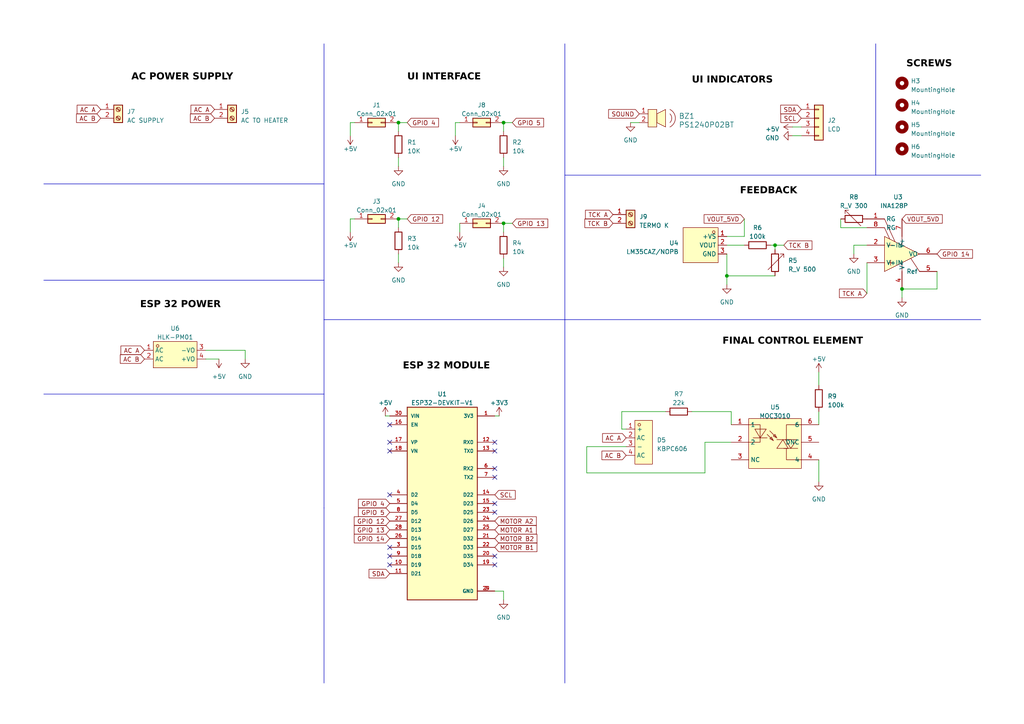
<source format=kicad_sch>
(kicad_sch (version 20230121) (generator eeschema)
  (paper "A4")
  (title_block (title "Thermo Forge 53 "))
  (lib_symbols
    (symbol "Connector:Screw_Terminal_01x02" (pin_names (offset 1.016) hide)
      (property "Reference" "J" (at 0 2.54 0))
      (property "Value" "Screw_Terminal_01x02" (at 0 -5.08 0))
      (symbol "Screw_Terminal_01x02_1_1"
        (rectangle (start -1.27 1.27) (end 1.27 -3.81) (stroke (width 0.254)) (fill (type background)))
        (circle (center 0 -2.54) (radius 0.635) (stroke (width 0.1524)))
        (polyline (pts (xy -0.5334 -2.2098) (xy 0.3302 -3.048)) (stroke (width 0.1524)))
        (polyline (pts (xy -0.5334 0.3302) (xy 0.3302 -0.508)) (stroke (width 0.1524)))
        (polyline (pts (xy -0.3556 -2.032) (xy 0.508 -2.8702)) (stroke (width 0.1524)))
        (polyline (pts (xy -0.3556 0.508) (xy 0.508 -0.3302)) (stroke (width 0.1524)))
        (circle (center 0 0) (radius 0.635) (stroke (width 0.1524)))
        (pin passive line (at -5.08 0 0) (length 3.81) (name "Pin_1") (number "1"))
        (pin passive line (at -5.08 -2.54 0) (length 3.81) (name "Pin_2") (number "2"))
      )
    )
    (symbol "Connector_Generic:Conn_01x04" (pin_names (offset 1.016) hide)
      (property "Reference" "J" (at 0 5.08 0))
      (property "Value" "Conn_01x04" (at 0 -7.62 0))
      (symbol "Conn_01x04_1_1"
        (rectangle (start -1.27 -4.953) (end 0 -5.207) (stroke (width 0.1524)))
        (rectangle (start -1.27 -2.413) (end 0 -2.667) (stroke (width 0.1524)))
        (rectangle (start -1.27 0.127) (end 0 -0.127) (stroke (width 0.1524)))
        (rectangle (start -1.27 2.667) (end 0 2.413) (stroke (width 0.1524)))
        (rectangle (start -1.27 3.81) (end 1.27 -6.35) (stroke (width 0.254)) (fill (type background)))
        (pin passive line (at -5.08 2.54 0) (length 3.81) (name "Pin_1") (number "1"))
        (pin passive line (at -5.08 0 0) (length 3.81) (name "Pin_2") (number "2"))
        (pin passive line (at -5.08 -2.54 0) (length 3.81) (name "Pin_3") (number "3"))
        (pin passive line (at -5.08 -5.08 0) (length 3.81) (name "Pin_4") (number "4"))
      )
    )
    (symbol "Connector_Generic:Conn_02x01" (pin_names (offset 1.016) hide)
      (property "Reference" "J" (at 1.27 2.54 0))
      (property "Value" "Conn_02x01" (at 1.27 -2.54 0))
      (symbol "Conn_02x01_1_1"
        (rectangle (start -1.27 0.127) (end 0 -0.127) (stroke (width 0.1524)))
        (rectangle (start -1.27 1.27) (end 3.81 -1.27) (stroke (width 0.254)) (fill (type background)))
        (rectangle (start 3.81 0.127) (end 2.54 -0.127) (stroke (width 0.1524)))
        (pin passive line (at -5.08 0 0) (length 3.81) (name "Pin_1") (number "1"))
        (pin passive line (at 7.62 0 180) (length 3.81) (name "Pin_2") (number "2"))
      )
    )
    (symbol "Device:R" (pin_numbers hide) (pin_names (offset 0))
      (property "Reference" "R" (at 2.032 0 90))
      (property "Value" "R" (at 0 0 90))
      (symbol "R_0_1"
        (rectangle (start -1.016 -2.54) (end 1.016 2.54) (stroke (width 0.254)))
      )
      (symbol "R_1_1"
        (pin passive line (at 0 3.81 270) (length 1.27) (name "~") (number "1"))
        (pin passive line (at 0 -3.81 90) (length 1.27) (name "~") (number "2"))
      )
    )
    (symbol "Device:R_Variable" (pin_numbers hide) (pin_names (offset 0))
      (property "Reference" "R" (at 2.54 -2.54 90))
      (property "Value" "R_Variable" (at -2.54 -1.27 90))
      (symbol "R_Variable_0_1"
        (rectangle (start -1.016 -2.54) (end 1.016 2.54) (stroke (width 0.254)))
        (polyline (pts (xy 2.54 1.524) (xy 2.54 2.54) (xy 1.524 2.54) (xy 2.54 2.54) (xy -2.032 -2.032)))
      )
      (symbol "R_Variable_1_1"
        (pin passive line (at 0 3.81 270) (length 1.27) (name "~") (number "1"))
        (pin passive line (at 0 -3.81 90) (length 1.27) (name "~") (number "2"))
      )
    )
    (symbol "ESP32-DEVKIT-V1:ESP32-DEVKIT-V1" (pin_names (offset 1.016))
      (property "Reference" "U" (at -10.16 30.48 0))
      (property "Value" "ESP32-DEVKIT-V1" (at -10.16 -30.48 0))
      (symbol "ESP32-DEVKIT-V1_0_0"
        (rectangle (start -10.16 -27.94) (end 10.16 27.94) (stroke (width 0.254)) (fill (type background)))
        (pin output line (at 15.24 25.4 180) (length 5.08) (name "3V3") (number "1"))
        (pin bidirectional line (at -15.24 -17.78 0) (length 5.08) (name "D19") (number "10"))
        (pin bidirectional line (at -15.24 -20.32 0) (length 5.08) (name "D21") (number "11"))
        (pin input line (at 15.24 17.78 180) (length 5.08) (name "RX0") (number "12"))
        (pin output line (at 15.24 15.24 180) (length 5.08) (name "TX0") (number "13"))
        (pin bidirectional line (at 15.24 2.54 180) (length 5.08) (name "D22") (number "14"))
        (pin bidirectional line (at 15.24 0 180) (length 5.08) (name "D23") (number "15"))
        (pin input line (at -15.24 22.86 0) (length 5.08) (name "EN") (number "16"))
        (pin bidirectional line (at -15.24 17.78 0) (length 5.08) (name "VP") (number "17"))
        (pin bidirectional line (at -15.24 15.24 0) (length 5.08) (name "VN") (number "18"))
        (pin bidirectional line (at 15.24 -17.78 180) (length 5.08) (name "D34") (number "19"))
        (pin power_in line (at 15.24 -25.4 180) (length 5.08) (name "GND") (number "2"))
        (pin bidirectional line (at 15.24 -15.24 180) (length 5.08) (name "D35") (number "20"))
        (pin bidirectional line (at 15.24 -10.16 180) (length 5.08) (name "D32") (number "21"))
        (pin bidirectional line (at 15.24 -12.7 180) (length 5.08) (name "D33") (number "22"))
        (pin bidirectional line (at 15.24 -2.54 180) (length 5.08) (name "D25") (number "23"))
        (pin bidirectional line (at 15.24 -5.08 180) (length 5.08) (name "D26") (number "24"))
        (pin bidirectional line (at 15.24 -7.62 180) (length 5.08) (name "D27") (number "25"))
        (pin bidirectional line (at -15.24 -10.16 0) (length 5.08) (name "D14") (number "26"))
        (pin bidirectional line (at -15.24 -5.08 0) (length 5.08) (name "D12") (number "27"))
        (pin bidirectional line (at -15.24 -7.62 0) (length 5.08) (name "D13") (number "28"))
        (pin power_in line (at 15.24 -25.4 180) (length 5.08) (name "GND") (number "29"))
        (pin bidirectional line (at -15.24 -12.7 0) (length 5.08) (name "D15") (number "3"))
        (pin input line (at -15.24 25.4 0) (length 5.08) (name "VIN") (number "30"))
        (pin bidirectional line (at -15.24 2.54 0) (length 5.08) (name "D2") (number "4"))
        (pin bidirectional line (at -15.24 0 0) (length 5.08) (name "D4") (number "5"))
        (pin input line (at 15.24 10.16 180) (length 5.08) (name "RX2") (number "6"))
        (pin output line (at 15.24 7.62 180) (length 5.08) (name "TX2") (number "7"))
        (pin bidirectional line (at -15.24 -2.54 0) (length 5.08) (name "D5") (number "8"))
        (pin bidirectional line (at -15.24 -15.24 0) (length 5.08) (name "D18") (number "9"))
      )
    )
    (symbol "Mechanical:MountingHole" (pin_names (offset 1.016))
      (property "Reference" "H" (at 0 5.08 0))
      (property "Value" "MountingHole" (at 0 3.175 0))
      (symbol "MountingHole_0_1"
        (circle (center 0 0) (radius 1.27) (stroke (width 1.27)))
      )
    )
    (symbol "TFGHLK:HLK-PM01"
      (property "Reference" "U" (at 0 6.35 0))
      (property "Value" "HLK-PM01" (at 0 -6.35 0))
      (symbol "HLK-PM01_0_1"
        (rectangle (start -6.35 3.81) (end 6.35 -3.81) (fill (type background)))
        (circle (center -5.08 2.54) (radius 0.38))
        (pin unspecified line (at -8.89 1.27 0) (length 2.54) (name "AC") (number "1"))
        (pin unspecified line (at -8.89 -1.27 0) (length 2.54) (name "AC") (number "2"))
        (pin unspecified line (at 8.89 1.27 180) (length 2.54) (name "-VO") (number "3"))
        (pin unspecified line (at 8.89 -1.27 180) (length 2.54) (name "+VO") (number "4"))
      )
    )
    (symbol "TFGINA:INA128P"
      (property "Reference" "U" (at 0 15.24 0))
      (property "Value" "INA128P" (at 0 -15.24 0))
      (symbol "INA128P_0_1"
        (polyline (pts (xy -4.06 -2.54) (xy -2.54 -2.54)))
        (polyline (pts (xy -4.06 2.54) (xy -2.54 2.54)))
        (polyline (pts (xy -3.56 4.32) (xy -5.08 7.62)))
        (polyline (pts (xy -3.3 -1.78) (xy -3.3 -3.3)))
        (polyline (pts (xy -2.03 3.56) (xy -5.08 10.16)))
        (polyline (pts (xy 0 -2.54) (xy 0 -5.08)))
        (polyline (pts (xy 0 5.08) (xy 0 2.54)))
        (polyline (pts (xy 2.54 -1.27) (xy 5.08 -5.08)))
        (polyline (pts (xy -5.08 -5.08) (xy 5.08 0) (xy -5.08 5.08) (xy -5.08 -5.08)) (fill (type background)))
        (pin unspecified line (at -10.16 10.16 0) (length 5.08) (name "RG") (number "1"))
        (pin unspecified line (at -10.16 2.54 0) (length 5.08) (name "V-IN") (number "2"))
        (pin unspecified line (at -10.16 -2.54 0) (length 5.08) (name "V+IN") (number "3"))
        (pin power_in line (at 0 -10.16 90) (length 5.08) (name "V-") (number "4"))
        (pin unspecified line (at 10.16 -5.08 180) (length 5.08) (name "Ref") (number "5"))
        (pin output line (at 10.16 0 180) (length 5.08) (name "VO") (number "6"))
        (pin power_in line (at 0 10.16 270) (length 5.08) (name "V+") (number "7"))
        (pin unspecified line (at -10.16 7.62 0) (length 5.08) (name "RG") (number "8"))
      )
    )
    (symbol "TFGKBPC:KBPC606"
      (property "Reference" "D" (at 0 8.89 0))
      (property "Value" "KBPC606" (at 0 -8.89 0))
      (symbol "KBPC606_0_1"
        (rectangle (start -2.54 6.35) (end 2.54 -6.35) (fill (type background)))
        (circle (center -1.27 5.08) (radius 0.38))
        (pin unspecified line (at -5.08 3.81 0) (length 2.54) (name "+") (number "1"))
        (pin unspecified line (at -5.08 1.27 0) (length 2.54) (name "AC") (number "2"))
        (pin unspecified line (at -5.08 -1.27 0) (length 2.54) (name "-") (number "3"))
        (pin unspecified line (at -5.08 -3.81 0) (length 2.54) (name "AC") (number "4"))
      )
    )
    (symbol "TFGLM:LM35CAZ_NOPB"
      (property "Reference" "U" (at 0 7.62 0))
      (property "Value" "LM35CAZ/NOPB" (at 0 -7.62 0))
      (symbol "LM35CAZ_NOPB_0_1"
        (rectangle (start -5.08 5.08) (end 5.08 -5.08) (fill (type background)))
        (circle (center -3.81 3.81) (radius 0.38))
        (pin unspecified line (at -7.62 2.54 0) (length 2.54) (name "+VS") (number "1"))
        (pin unspecified line (at -7.62 0 0) (length 2.54) (name "VOUT") (number "2"))
        (pin unspecified line (at -7.62 -2.54 0) (length 2.54) (name "GND") (number "3"))
      )
    )
    (symbol "TFGMOC:MOC3010"
      (property "Reference" "U" (at 0 10.16 0))
      (property "Value" "MOC3010" (at 0 -10.16 0))
      (symbol "MOC3010_0_1"
        (rectangle (start -7.62 6.86) (end 7.62 -7.62) (fill (type background)))
        (polyline (pts (xy -2.29 1.27) (xy -6.35 1.27)))
        (polyline (pts (xy -2.29 2.29) (xy -0.51 0.51)))
        (polyline (pts (xy -1.52 3.3) (xy 0.25 1.52)))
        (polyline (pts (xy 0.51 0.76) (xy 4.57 0.76)))
        (polyline (pts (xy 6.6 -1.78) (xy 2.54 -1.78)))
        (polyline (pts (xy 3.3 -1.78) (xy 3.3 -5.08) (xy 7.62 -5.08)))
        (polyline (pts (xy 7.62 5.08) (xy 3.3 5.08) (xy 3.3 0.76)))
        (polyline (pts (xy -7.62 5.08) (xy -4.32 5.08) (xy -4.32 0) (xy -7.62 0)))
        (polyline (pts (xy -5.84 3.81) (xy -4.32 1.27) (xy -2.54 3.81) (xy -5.84 3.81)) (fill (type background)))
        (polyline (pts (xy -0.51 0.51) (xy -1.02 1.52) (xy -1.52 1.02) (xy -0.51 0.51)) (fill (type background)))
        (polyline (pts (xy 0.51 1.27) (xy 0 2.29) (xy -0.51 1.78) (xy 0.51 1.27)) (fill (type background)))
        (polyline (pts (xy 3.05 0.76) (xy 4.57 -1.78) (xy 6.35 0.76) (xy 3.05 0.76)) (fill (type background)))
        (polyline (pts (xy 3.81 -1.78) (xy 2.29 0.76) (xy 0.51 -1.78) (xy 3.81 -1.78)) (fill (type background)))
        (pin unspecified line (at -12.7 5.08 0) (length 5.08) (name "1") (number "1"))
        (pin unspecified line (at -12.7 0 0) (length 5.08) (name "2") (number "2"))
        (pin unspecified line (at -12.7 -5.08 0) (length 5.08) (name "NC") (number "3"))
        (pin unspecified line (at 12.7 -5.08 180) (length 5.08) (name "4") (number "4"))
        (pin unspecified line (at 12.7 0 180) (length 5.08) (name "DNC") (number "5"))
        (pin unspecified line (at 12.7 5.08 180) (length 5.08) (name "6") (number "6"))
      )
    )
    (symbol "dk_Alarms-Buzzers-and-Sirens:PS1240P02BT" (pin_names (offset 0))
      (property "Reference" "BZ" (at 0 5.08 0))
      (property "Value" "PS1240P02BT" (at -1.27 -3.81 0))
      (symbol "PS1240P02BT_0_1"
        (polyline (pts (xy 2.54 2.54) (xy 5.08 3.81) (xy 5.08 -1.27) (xy 2.54 0) (xy 2.54 2.54)) (fill (type background)))
        (rectangle (start 0 3.81) (end 2.54 -1.27) (fill (type background)))
        (arc (start 6.35 -1.27) (mid 7.9198 1.27) (end 6.35 3.81))
        (arc (start 6.35 0) (mid 6.8761 1.27) (end 6.35 2.54))
      )
      (symbol "PS1240P02BT_1_1"
        (pin input line (at -2.54 2.54 0) (length 2.54) (name "~") (number "1"))
        (pin input line (at -2.54 0 0) (length 2.54) (name "~") (number "2"))
      )
    )
    (symbol "power:+3.3V" (power) (pin_names (offset 0))
      (property "Value" "+3.3V" (at 0 3.556 0))
      (symbol "+3.3V_0_1"
        (polyline (pts (xy -0.762 1.27) (xy 0 2.54)))
        (polyline (pts (xy 0 0) (xy 0 2.54)))
        (polyline (pts (xy 0 2.54) (xy 0.762 1.27)))
      )
      (symbol "+3.3V_1_1"
        (pin power_in line (at 0 0 90) (length 0) hide (name "+3V3") (number "1"))
      )
    )
    (symbol "power:+5V" (power) (pin_names (offset 0))
      (property "Value" "+5V" (at 0 3.556 0))
      (symbol "+5V_0_1"
        (polyline (pts (xy -0.762 1.27) (xy 0 2.54)))
        (polyline (pts (xy 0 0) (xy 0 2.54)))
        (polyline (pts (xy 0 2.54) (xy 0.762 1.27)))
      )
      (symbol "+5V_1_1"
        (pin power_in line (at 0 0 90) (length 0) hide (name "+5V") (number "1"))
      )
    )
    (symbol "power:GND" (power) (pin_names (offset 0))
      (property "Value" "GND" (at 0 -3.81 0))
      (symbol "GND_0_1"
        (polyline (pts (xy 0 0) (xy 0 -1.27) (xy 1.27 -1.27) (xy 0 -2.54) (xy -1.27 -1.27) (xy 0 -1.27)))
      )
      (symbol "GND_1_1"
        (pin power_in line (at 0 0 270) (length 0) hide (name "GND") (number "1"))
      )
    )
  )
  (junction (at 115.57 63.5))
  (junction (at 261.62 83.82))
  (junction (at 224.79 71.12))
  (junction (at 146.05 64.77))
  (junction (at 115.57 35.56))
  (junction (at 210.82 80.01))
  (junction (at 146.05 35.56))
  (no_connect (at 143.51 138.43))
  (no_connect (at 113.03 163.83))
  (no_connect (at 113.03 161.29))
  (no_connect (at 143.51 128.27))
  (no_connect (at 113.03 158.75))
  (no_connect (at 113.03 123.19))
  (no_connect (at 143.51 163.83))
  (no_connect (at 143.51 135.89))
  (no_connect (at 143.51 148.59))
  (no_connect (at 143.51 161.29))
  (no_connect (at 113.03 130.81))
  (no_connect (at 143.51 146.05))
  (no_connect (at 143.51 130.81))
  (no_connect (at 113.03 143.51))
  (no_connect (at 113.03 128.27))
  (wire (pts (xy 251.46 66.04) (xy 243.84 66.04)))
  (polyline (pts (xy 163.83 92.71) (xy 284.48 92.71)))
  (polyline (pts (xy 163.83 92.71) (xy 163.83 12.7)))
  (wire (pts (xy 132.08 35.56) (xy 132.08 39.37)))
  (wire (pts (xy 247.65 71.12) (xy 251.46 71.12)))
  (wire (pts (xy 200.66 119.38) (xy 212.09 119.38)))
  (wire (pts (xy 182.88 35.56) (xy 185.42 35.56)))
  (wire (pts (xy 101.6 63.5) (xy 102.87 63.5)))
  (polyline (pts (xy 254 50.8) (xy 284.48 50.8)))
  (polyline (pts (xy 93.98 198.12) (xy 93.98 147.32)))
  (wire (pts (xy 146.05 74.93) (xy 146.05 77.47)))
  (wire (pts (xy 271.78 78.74) (xy 271.78 83.82)))
  (wire (pts (xy 115.57 35.56) (xy 118.11 35.56)))
  (wire (pts (xy 210.82 82.55) (xy 210.82 80.01)))
  (wire (pts (xy 237.49 119.38) (xy 237.49 123.19)))
  (wire (pts (xy 115.57 73.66) (xy 115.57 76.2)))
  (wire (pts (xy 237.49 107.95) (xy 237.49 111.76)))
  (wire (pts (xy 133.35 64.77) (xy 133.35 67.31)))
  (wire (pts (xy 111.76 120.65) (xy 113.03 120.65)))
  (wire (pts (xy 210.82 71.12) (xy 215.9 71.12)))
  (wire (pts (xy 144.78 120.65) (xy 143.51 120.65)))
  (wire (pts (xy 170.18 129.54) (xy 170.18 137.16)))
  (polyline (pts (xy 12.7 114.3) (xy 93.98 114.3)))
  (wire (pts (xy 215.9 68.58) (xy 210.82 68.58)))
  (wire (pts (xy 261.62 83.82) (xy 261.62 86.36)))
  (polyline (pts (xy 12.7 53.34) (xy 93.98 53.34)))
  (wire (pts (xy 101.6 35.56) (xy 101.6 39.37)))
  (wire (pts (xy 115.57 66.04) (xy 115.57 63.5)))
  (wire (pts (xy 132.08 35.56) (xy 133.35 35.56)))
  (wire (pts (xy 229.87 39.37) (xy 232.41 39.37)))
  (wire (pts (xy 251.46 85.09) (xy 251.46 76.2)))
  (wire (pts (xy 71.12 104.14) (xy 71.12 101.6)))
  (wire (pts (xy 170.18 137.16) (xy 204.47 137.16)))
  (polyline (pts (xy 93.98 92.71) (xy 163.83 92.71)))
  (wire (pts (xy 180.34 119.38) (xy 193.04 119.38)))
  (wire (pts (xy 115.57 45.72) (xy 115.57 48.26)))
  (wire (pts (xy 204.47 137.16) (xy 204.47 128.27)))
  (wire (pts (xy 146.05 171.45) (xy 143.51 171.45)))
  (polyline (pts (xy 163.83 198.12) (xy 163.83 92.71)))
  (wire (pts (xy 146.05 67.31) (xy 146.05 64.77)))
  (wire (pts (xy 146.05 64.77) (xy 148.59 64.77)))
  (wire (pts (xy 204.47 128.27) (xy 212.09 128.27)))
  (wire (pts (xy 224.79 72.39) (xy 224.79 71.12)))
  (wire (pts (xy 215.9 63.5) (xy 215.9 68.58)))
  (wire (pts (xy 115.57 63.5) (xy 118.11 63.5)))
  (wire (pts (xy 212.09 119.38) (xy 212.09 123.19)))
  (wire (pts (xy 181.61 129.54) (xy 170.18 129.54)))
  (polyline (pts (xy 12.7 81.28) (xy 93.98 81.28)))
  (wire (pts (xy 180.34 124.46) (xy 181.61 124.46)))
  (wire (pts (xy 146.05 171.45) (xy 146.05 173.99)))
  (wire (pts (xy 210.82 80.01) (xy 224.79 80.01)))
  (wire (pts (xy 146.05 38.1) (xy 146.05 35.56)))
  (wire (pts (xy 271.78 83.82) (xy 261.62 83.82)))
  (polyline (pts (xy 93.98 147.32) (xy 93.98 92.71)))
  (polyline (pts (xy 93.98 92.71) (xy 93.98 12.7)))
  (wire (pts (xy 146.05 45.72) (xy 146.05 48.26)))
  (wire (pts (xy 223.52 71.12) (xy 224.79 71.12)))
  (wire (pts (xy 59.69 104.14) (xy 63.5 104.14)))
  (wire (pts (xy 210.82 73.66) (xy 210.82 80.01)))
  (wire (pts (xy 115.57 38.1) (xy 115.57 35.56)))
  (polyline (pts (xy 254 50.8) (xy 254 12.7)))
  (wire (pts (xy 101.6 35.56) (xy 102.87 35.56)))
  (wire (pts (xy 71.12 101.6) (xy 59.69 101.6)))
  (wire (pts (xy 224.79 71.12) (xy 227.33 71.12)))
  (polyline (pts (xy 163.83 50.8) (xy 254 50.8)))
  (wire (pts (xy 180.34 124.46) (xy 180.34 119.38)))
  (wire (pts (xy 146.05 35.56) (xy 148.59 35.56)))
  (wire (pts (xy 243.84 66.04) (xy 243.84 63.5)))
  (wire (pts (xy 237.49 133.35) (xy 237.49 139.7)))
  (wire (pts (xy 101.6 63.5) (xy 101.6 67.31)))
  (wire (pts (xy 247.65 73.66) (xy 247.65 71.12)))
  (wire (pts (xy 229.87 36.83) (xy 232.41 36.83)))
  (text "UI INDICATORS\n\n\n" (at 200.66 31.75 0) (effects (font (size 2 2)) (justify left bottom)))
  (text "UI INTERFACE\n" (at 118.11 24.13 0) (effects (font (size 2 2)) (justify left bottom)))
  (text "FINAL CONTROL ELEMENT\n\n" (at 209.55 104.14 0) (effects (font (size 2 2)) (justify left bottom)))
  (text "ESP 32 MODULE\n" (at 116.84 107.95 0) (effects (font (size 2 2)) (justify left bottom)))
  (text "AC POWER SUPPLY\n" (at 38.1 24.13 0) (effects (font (size 2 2)) (justify left bottom)))
  (text "ESP 32 POWER" (at 40.64 90.17 0) (effects (font (size 2 2)) (justify left bottom)))
  (text "SCREWS \n" (at 262.89 20.32 0) (effects (font (size 2 2)) (justify left bottom)))
  (text "FEEDBACK\n" (at 214.63 57.15 0) (effects (font (size 2 2)) (justify left bottom)))
  (global_label "SOUND" (shape input) (at 185.42 33.02 180) (property "Intersheetrefs" "${INTERSHEET_REFS}" (effects hide)))
  (global_label "GPIO 5" (shape input) (at 148.59 35.56 0) (property "Intersheetrefs" "${INTERSHEET_REFS}" (effects hide)))
  (global_label "TCK B" (shape input) (at 227.33 71.12 0) (property "Intersheetrefs" "${INTERSHEET_REFS}" (effects hide)))
  (global_label "MOTOR B1" (shape input) (at 143.51 158.75 0) (property "Intersheetrefs" "${INTERSHEET_REFS}" (effects hide)))
  (global_label "VOUT_5VD" (shape input) (at 261.62 63.5 0) (property "Intersheetrefs" "${INTERSHEET_REFS}" (effects hide)))
  (global_label "AC B" (shape input) (at 41.91 104.14 180) (property "Intersheetrefs" "${INTERSHEET_REFS}" (effects hide)))
  (global_label "GPIO 4" (shape input) (at 118.11 35.56 0) (property "Intersheetrefs" "${INTERSHEET_REFS}" (effects hide)))
  (global_label "MOTOR A1" (shape input) (at 143.51 153.67 0) (property "Intersheetrefs" "${INTERSHEET_REFS}" (effects hide)))
  (global_label "MOTOR A2" (shape input) (at 143.51 151.13 0) (property "Intersheetrefs" "${INTERSHEET_REFS}" (effects hide)))
  (global_label "TCK A" (shape input) (at 251.46 85.09 180) (property "Intersheetrefs" "${INTERSHEET_REFS}" (effects hide)))
  (global_label "AC A" (shape input) (at 181.61 127 180) (property "Intersheetrefs" "${INTERSHEET_REFS}" (effects hide)))
  (global_label "AC B" (shape input) (at 62.23 34.29 180) (property "Intersheetrefs" "${INTERSHEET_REFS}" (effects hide)))
  (global_label "GPIO 12" (shape input) (at 118.11 63.5 0) (property "Intersheetrefs" "${INTERSHEET_REFS}" (effects hide)))
  (global_label "GPIO 5" (shape input) (at 113.03 148.59 180) (property "Intersheetrefs" "${INTERSHEET_REFS}" (effects hide)))
  (global_label "GPIO 13" (shape input) (at 148.59 64.77 0) (property "Intersheetrefs" "${INTERSHEET_REFS}" (effects hide)))
  (global_label "AC A" (shape input) (at 62.23 31.75 180) (property "Intersheetrefs" "${INTERSHEET_REFS}" (effects hide)))
  (global_label "MOTOR B2" (shape input) (at 143.51 156.21 0) (property "Intersheetrefs" "${INTERSHEET_REFS}" (effects hide)))
  (global_label "SCL" (shape input) (at 143.51 143.51 0) (property "Intersheetrefs" "${INTERSHEET_REFS}" (effects hide)))
  (global_label "VOUT_5VD" (shape input) (at 215.9 63.5 180) (property "Intersheetrefs" "${INTERSHEET_REFS}" (effects hide)))
  (global_label "SDA" (shape input) (at 232.41 31.75 180) (property "Intersheetrefs" "${INTERSHEET_REFS}" (effects hide)))
  (global_label "AC B" (shape input) (at 29.21 34.29 180) (property "Intersheetrefs" "${INTERSHEET_REFS}" (effects hide)))
  (global_label "AC A" (shape input) (at 41.91 101.6 180) (property "Intersheetrefs" "${INTERSHEET_REFS}" (effects hide)))
  (global_label "GPIO 4" (shape input) (at 113.03 146.05 180) (property "Intersheetrefs" "${INTERSHEET_REFS}" (effects hide)))
  (global_label "TCK B" (shape input) (at 177.8 64.77 180) (property "Intersheetrefs" "${INTERSHEET_REFS}" (effects hide)))
  (global_label "GPIO 13" (shape input) (at 113.03 153.67 180) (property "Intersheetrefs" "${INTERSHEET_REFS}" (effects hide)))
  (global_label "SDA" (shape input) (at 113.03 166.37 180) (property "Intersheetrefs" "${INTERSHEET_REFS}" (effects hide)))
  (global_label "AC A" (shape input) (at 29.21 31.75 180) (property "Intersheetrefs" "${INTERSHEET_REFS}" (effects hide)))
  (global_label "AC B" (shape input) (at 181.61 132.08 180) (property "Intersheetrefs" "${INTERSHEET_REFS}" (effects hide)))
  (global_label "GPIO 14" (shape input) (at 271.78 73.66 0) (property "Intersheetrefs" "${INTERSHEET_REFS}" (effects hide)))
  (global_label "SCL" (shape input) (at 232.41 34.29 180) (property "Intersheetrefs" "${INTERSHEET_REFS}" (effects hide)))
  (global_label "TCK A" (shape input) (at 177.8 62.23 180) (property "Intersheetrefs" "${INTERSHEET_REFS}" (effects hide)))
  (global_label "GPIO 12" (shape input) (at 113.03 151.13 180) (property "Intersheetrefs" "${INTERSHEET_REFS}" (effects hide)))
  (global_label "GPIO 14" (shape input) (at 113.03 156.21 180) (property "Intersheetrefs" "${INTERSHEET_REFS}" (effects hide)))
  (symbol (lib_id "dk_Alarms-Buzzers-and-Sirens:PS1240P02BT") (at 187.96 35.56 0) (unit 1)
    (property "Reference" "BZ1" (at 196.85 33.655 0) (effects (font (size 1.524 1.524)) (justify left)))
    (property "Value" "PS1240P02BT" (at 196.85 36.195 0) (effects (font (size 1.524 1.524)) (justify left)))
    (property "Footprint" "Buzzer_Beeper:Buzzer_12x9.5RM7.6" (effects hide))
    (property "Datasheet" "https://product.tdk.com/info/en/catalog/datasheets/piezoelectronic_buzzer_ps_en.pdf" (effects hide))
    (property "Digi-Key_PN" "445-2525-1-ND" (effects hide))
    (property "MPN" "PS1240P02BT" (effects hide))
    (property "Category" "Audio Products" (effects hide))
    (property "Family" "Alarms, Buzzers, and Sirens" (effects hide))
    (property "DK_Datasheet_Link" "https://product.tdk.com/info/en/catalog/datasheets/piezoelectronic_buzzer_ps_en.pdf" (effects hide))
    (property "DK_Detail_Page" "/product-detail/en/tdk-corporation/PS1240P02BT/445-2525-1-ND/935930" (effects hide))
    (property "Description" "AUDIO PIEZO TRANSDUCER 30V TH" (effects hide))
    (property "Manufacturer" "TDK Corporation" (effects hide))
    (property "Status" "Active" (effects hide))
  )
  (symbol (lib_id "Device:R_Variable") (at 247.65 63.5 90) (unit 1)
    (property "Reference" "R8" (at 247.65 57.15 90))
    (property "Value" "R_V 300" (at 247.65 59.69 90))
  )
  (symbol (lib_id "power:GND") (at 247.65 73.66 0) (unit 1)
    (property "Reference" "#PWR022" (effects hide))
    (property "Value" "GND" (at 247.65 78.74 0))
  )
  (symbol (lib_id "power:+5V") (at 101.6 67.31 0) (mirror x) (unit 1)
    (property "Reference" "#PWR012" (effects hide))
    (property "Value" "+5V" (at 101.6 71.12 0))
  )
  (symbol (lib_id "power:+5V") (at 237.49 107.95 0) (unit 1)
    (property "Reference" "#PWR023" (effects hide))
    (property "Value" "+5V" (at 237.49 104.14 0))
  )
  (symbol (lib_id "Device:R") (at 219.71 71.12 270) (unit 1)
    (property "Reference" "R6" (at 219.71 66.04 90))
    (property "Value" "100k" (at 219.71 68.58 90))
    (property "Footprint" "Resistor_SMD:R_1206_3216Metric" (effects hide))
  )
  (symbol (lib_id "power:GND") (at 261.62 86.36 0) (unit 1)
    (property "Reference" "#PWR09" (effects hide))
    (property "Value" "GND" (at 261.62 91.44 0))
  )
  (symbol (lib_id "power:GND") (at 146.05 173.99 0) (unit 1)
    (property "Reference" "#PWR03" (effects hide))
    (property "Value" "GND" (at 146.05 179.07 0))
  )
  (symbol (lib_id "TFGINA:INA128P") (at 261.62 73.66 0) (unit 1)
    (property "Reference" "U3" (at 259.08 57.15 0) (effects (justify left)))
    (property "Value" "INA128P" (at 255.27 59.69 0) (effects (justify left)))
    (property "Footprint" "TFGINA:PDIP-8_L9.6-W6.4-P2.54-LS7.9-BL" (effects hide))
    (property "Datasheet" "https://www.ti.com/lit/ds/symlink/ina128.pdf?ts=1731284762393&ref_url=https%253A%252F%252Fwww.ti.com%252Fproduct%252FINA128%253Futm_source%253Dgoogle%2526utm_medium%253Dcpc%2526utm_campaign%253Dasc-null-null-GPN_EN-cpc-pf-google-ww_en_cons%2526utm_content%253DINA128%2526ds_k%253DINA128%2526DCM%253Dyes%2526gad_source%253D1%2526gclid%253DCj0KCQiA0MG5BhD1ARIsAEcZtwQgdVw46WIAGqeW3GY5rfGdxsngLLG0EIHLEAi4cjZSLY4YfJqyB3oaArhTEALw_wcB%2526gclsrc%253Daw.ds" (effects hide))
    (property "LCSC Part" "C1348601" (effects hide))
  )
  (symbol (lib_id "power:+5V") (at 132.08 39.37 0) (mirror x) (unit 1)
    (property "Reference" "#PWR016" (effects hide))
    (property "Value" "+5V" (at 132.08 43.18 0))
  )
  (symbol (lib_id "TFGMOC:MOC3010") (at 224.79 128.27 0) (unit 1)
    (property "Reference" "U5" (at 224.79 118.11 0))
    (property "Value" "MOC3010" (at 224.79 120.65 0))
    (property "Footprint" "TFGMOC:DIP-6_L9.6-W6.4-P2.54-LS7.6-BL" (effects hide))
    (property "Datasheet" "https://wmsc.lcsc.com/wmsc/upload/file/pdf/v2/lcsc/2402291825_Texas-Instruments-MOC3010_C6595293.pdf" (effects hide))
    (property "LCSC Part" "C6595293" (effects hide))
  )
  (symbol (lib_id "TFGLM:LM35CAZ_NOPB") (at 203.2 71.12 0) (mirror y) (unit 1)
    (property "Reference" "U4" (at 196.85 70.485 0) (effects (justify left)))
    (property "Value" "LM35CAZ/NOPB" (at 196.85 73.025 0) (effects (justify left)))
    (property "Footprint" "TFGLM:TO-92-3_L4.8-W3.7-P1.27-L" (effects hide))
    (property "Datasheet" "https://www.ti.com/lit/ds/symlink/lm35.pdf?ts=1731355527643&ref_url=https%253A%252F%252Fwww.ti.com%252Fproduct%252FLM35%253Futm_source%253Dgoogle%2526utm_medium%253Dcpc%2526utm_campaign%253Dasc-null-null-GPN_EN-cpc-pf-google-wwe%2526utm_content%253DLM35%2526ds_k%253DLM35+Datasheet%2526DCM%253Dyes%2526gad_source%253D1%2526gclid%253DCj0KCQiA88a5BhDPARIsAFj595gHkxfLASlYJwJpyau_cw-p-Dk9b7guKVy37Ngo_A-Mvnj-KRpUJ6kaAg_JEALw_wcB%2526gclsrc%253Daw.ds" (effects hide))
    (property "LCSC Part" "C2871603" (effects hide))
  )
  (symbol (lib_id "Connector_Generic:Conn_02x01") (at 138.43 64.77 0) (unit 1)
    (property "Reference" "J4" (at 139.7 59.69 0))
    (property "Value" "Conn_02x01" (at 139.7 62.23 0))
    (property "Footprint" "Button_Switch_THT:SW_PUSH_6mm_H5mm" (effects hide))
  )
  (symbol (lib_id "Device:R") (at 146.05 71.12 180) (unit 1)
    (property "Reference" "R4" (at 148.59 70.485 0) (effects (justify right)))
    (property "Value" "10k" (at 148.59 73.025 0) (effects (justify right)))
    (property "Footprint" "Resistor_SMD:R_1206_3216Metric" (effects hide))
  )
  (symbol (lib_id "power:GND") (at 210.82 82.55 0) (unit 1)
    (property "Reference" "#PWR021" (effects hide))
    (property "Value" "GND" (at 210.82 87.63 0))
  )
  (symbol (lib_id "Device:R") (at 146.05 41.91 180) (unit 1)
    (property "Reference" "R2" (at 148.59 41.275 0) (effects (justify right)))
    (property "Value" "10k" (at 148.59 43.815 0) (effects (justify right)))
    (property "Footprint" "Resistor_SMD:R_1206_3216Metric" (effects hide))
  )
  (symbol (lib_id "Mechanical:MountingHole") (at 261.62 30.48 0) (unit 1)
    (property "Reference" "H4" (at 264.16 29.845 0) (effects (justify left)))
    (property "Value" "MountingHole" (at 264.16 32.385 0) (effects (justify left)))
    (property "Footprint" "MountingHole:MountingHole_3.2mm_M3_Pad_Via" (effects hide))
  )
  (symbol (lib_id "Mechanical:MountingHole") (at 261.62 24.13 0) (unit 1)
    (property "Reference" "H3" (at 264.16 23.495 0) (effects (justify left)))
    (property "Value" "MountingHole" (at 264.16 26.035 0) (effects (justify left)))
    (property "Footprint" "MountingHole:MountingHole_3.2mm_M3_Pad_Via" (effects hide))
  )
  (symbol (lib_id "power:GND") (at 182.88 35.56 0) (unit 1)
    (property "Reference" "#PWR08" (effects hide))
    (property "Value" "GND" (at 182.88 40.64 0))
  )
  (symbol (lib_id "power:+3.3V") (at 144.78 120.65 0) (unit 1)
    (property "Reference" "#PWR02" (effects hide))
    (property "Value" "+3.3V" (at 144.78 116.84 0))
  )
  (symbol (lib_id "power:GND") (at 229.87 39.37 270) (unit 1)
    (property "Reference" "#PWR011" (effects hide))
    (property "Value" "GND" (at 226.06 40.005 90) (effects (justify right)))
  )
  (symbol (lib_id "power:GND") (at 146.05 48.26 0) (unit 1)
    (property "Reference" "#PWR017" (effects hide))
    (property "Value" "GND" (at 146.05 53.34 0))
  )
  (symbol (lib_id "Connector:Screw_Terminal_01x02") (at 34.29 31.75 0) (unit 1)
    (property "Reference" "J7" (at 36.83 32.385 0) (effects (justify left)))
    (property "Value" "AC SUPPLY" (at 36.83 34.925 0) (effects (justify left)))
    (property "Footprint" "TerminalBlock_4Ucon:TerminalBlock_4Ucon_1x02_P3.50mm_Horizontal" (effects hide))
  )
  (symbol (lib_id "power:+5V") (at 101.6 39.37 0) (mirror x) (unit 1)
    (property "Reference" "#PWR015" (effects hide))
    (property "Value" "+5V" (at 101.6 43.18 0))
  )
  (symbol (lib_id "Connector_Generic:Conn_01x04") (at 237.49 34.29 0) (unit 1)
    (property "Reference" "J2" (at 240.03 34.925 0) (effects (justify left)))
    (property "Value" "LCD" (at 240.03 37.465 0) (effects (justify left)))
    (property "Footprint" "Connector_PinHeader_2.54mm:PinHeader_1x04_P2.54mm_Vertical" (effects hide))
  )
  (symbol (lib_id "Device:R_Variable") (at 224.79 76.2 0) (unit 1)
    (property "Reference" "R5" (at 228.6 75.565 0) (effects (justify left)))
    (property "Value" "R_V 500" (at 228.6 78.105 0) (effects (justify left)))
  )
  (symbol (lib_id "power:GND") (at 237.49 139.7 0) (unit 1)
    (property "Reference" "#PWR014" (effects hide))
    (property "Value" "GND" (at 237.49 144.78 0))
  )
  (symbol (lib_id "ESP32-DEVKIT-V1:ESP32-DEVKIT-V1") (at 128.27 146.05 0) (unit 1)
    (property "Reference" "U1" (at 128.27 114.3 0))
    (property "Value" "ESP32-DEVKIT-V1" (at 128.27 116.84 0))
    (property "Footprint" "ESP32-DEVKIT-V1:MODULE_ESP32_DEVKIT_V1" (effects hide))
    (property "PARTREV" "N/A" (effects hide))
    (property "MANUFACTURER" "DOIT" (effects hide))
    (property "MAXIMUM_PACKAGE_HEIGHT" "6.8 mm" (effects hide))
    (property "STANDARD" "Manufacturer Recommendations" (effects hide))
  )
  (symbol (lib_id "Connector_Generic:Conn_02x01") (at 107.95 63.5 0) (unit 1)
    (property "Reference" "J3" (at 109.22 58.42 0))
    (property "Value" "Conn_02x01" (at 109.22 60.96 0))
    (property "Footprint" "Button_Switch_THT:SW_PUSH_6mm_H5mm" (effects hide))
  )
  (symbol (lib_id "Device:R") (at 115.57 69.85 180) (unit 1)
    (property "Reference" "R3" (at 118.11 69.215 0) (effects (justify right)))
    (property "Value" "10k" (at 118.11 71.755 0) (effects (justify right)))
    (property "Footprint" "Resistor_SMD:R_1206_3216Metric" (effects hide))
  )
  (symbol (lib_id "Connector:Screw_Terminal_01x02") (at 182.88 62.23 0) (unit 1)
    (property "Reference" "J9" (at 185.42 62.865 0) (effects (justify left)))
    (property "Value" "TERMO K" (at 185.42 65.405 0) (effects (justify left)))
    (property "Footprint" "TerminalBlock_4Ucon:TerminalBlock_4Ucon_1x02_P3.50mm_Horizontal" (effects hide))
  )
  (symbol (lib_id "Mechanical:MountingHole") (at 261.62 36.83 0) (unit 1)
    (property "Reference" "H5" (at 264.16 36.195 0) (effects (justify left)))
    (property "Value" "MountingHole" (at 264.16 38.735 0) (effects (justify left)))
    (property "Footprint" "MountingHole:MountingHole_3.2mm_M3_Pad_Via" (effects hide))
  )
  (symbol (lib_id "Mechanical:MountingHole") (at 261.62 43.18 0) (unit 1)
    (property "Reference" "H6" (at 264.16 42.545 0) (effects (justify left)))
    (property "Value" "MountingHole" (at 264.16 45.085 0) (effects (justify left)))
    (property "Footprint" "MountingHole:MountingHole_3.2mm_M3_Pad_Via" (effects hide))
  )
  (symbol (lib_id "Device:R") (at 237.49 115.57 180) (unit 1)
    (property "Reference" "R9" (at 240.03 114.935 0) (effects (justify right)))
    (property "Value" "100k" (at 240.03 117.475 0) (effects (justify right)))
    (property "Footprint" "Resistor_SMD:R_1206_3216Metric" (effects hide))
  )
  (symbol (lib_id "power:GND") (at 71.12 104.14 0) (unit 1)
    (property "Reference" "#PWR04" (effects hide))
    (property "Value" "GND" (at 71.12 109.22 0))
  )
  (symbol (lib_id "Device:R") (at 115.57 41.91 180) (unit 1)
    (property "Reference" "R1" (at 118.11 41.275 0) (effects (justify right)))
    (property "Value" "10K" (at 118.11 43.815 0) (effects (justify right)))
    (property "Footprint" "Resistor_SMD:R_1206_3216Metric" (effects hide))
  )
  (symbol (lib_id "power:GND") (at 146.05 77.47 0) (unit 1)
    (property "Reference" "#PWR019" (effects hide))
    (property "Value" "GND" (at 146.05 82.55 0))
  )
  (symbol (lib_id "power:+5V") (at 63.5 104.14 180) (unit 1)
    (property "Reference" "#PWR05" (effects hide))
    (property "Value" "+5V" (at 63.5 109.22 0))
  )
  (symbol (lib_id "TFGKBPC:KBPC606") (at 186.69 128.27 0) (unit 1)
    (property "Reference" "D5" (at 190.5 127.635 0) (effects (justify left)))
    (property "Value" "KBPC606" (at 190.5 130.175 0) (effects (justify left)))
    (property "Footprint" "easyeda2kicad:DIO-BG-TH_KBPC6" (effects hide))
    (property "Datasheet" "https://lcsc.com/product-detail/Bridge-Rectifiers_Yangzhou-Yangjie-Elec-Tech-KBPC606_C698573.html" (effects hide))
    (property "LCSC Part" "C698573" (effects hide))
  )
  (symbol (lib_id "Device:R") (at 196.85 119.38 270) (unit 1)
    (property "Reference" "R7" (at 196.85 114.3 90))
    (property "Value" "22k" (at 196.85 116.84 90))
    (property "Footprint" "Resistor_SMD:R_1206_3216Metric" (effects hide))
  )
  (symbol (lib_id "power:+5V") (at 133.35 67.31 0) (mirror x) (unit 1)
    (property "Reference" "#PWR018" (effects hide))
    (property "Value" "+5V" (at 133.35 71.12 0))
  )
  (symbol (lib_id "TFGHLK:HLK-PM01") (at 50.8 102.87 0) (unit 1)
    (property "Reference" "U6" (at 50.8 95.25 0))
    (property "Value" "HLK-PM01" (at 50.8 97.79 0))
    (property "Footprint" "TFGHLK:PWRM-TH_HLK-PM01" (effects hide))
    (property "Datasheet" "https://lcsc.com/product-detail/New-Arrivals_HI-LINK-HLK-PM01_C209903.html" (effects hide))
    (property "LCSC Part" "C209903" (effects hide))
  )
  (symbol (lib_id "power:+5V") (at 229.87 36.83 90) (unit 1)
    (property "Reference" "#PWR020" (effects hide))
    (property "Value" "+5V" (at 226.06 37.465 90) (effects (justify left)))
  )
  (symbol (lib_id "power:GND") (at 115.57 76.2 0) (unit 1)
    (property "Reference" "#PWR013" (effects hide))
    (property "Value" "GND" (at 115.57 81.28 0))
  )
  (symbol (lib_id "power:GND") (at 115.57 48.26 0) (unit 1)
    (property "Reference" "#PWR010" (effects hide))
    (property "Value" "GND" (at 115.57 53.34 0))
  )
  (symbol (lib_id "power:+5V") (at 111.76 120.65 0) (unit 1)
    (property "Reference" "#PWR01" (effects hide))
    (property "Value" "+5V" (at 111.76 116.84 0))
  )
  (symbol (lib_id "Connector_Generic:Conn_02x01") (at 107.95 35.56 0) (unit 1)
    (property "Reference" "J1" (at 109.22 30.48 0))
    (property "Value" "Conn_02x01" (at 109.22 33.02 0))
    (property "Footprint" "Button_Switch_THT:SW_PUSH_6mm_H5mm" (effects hide))
  )
  (symbol (lib_id "Connector:Screw_Terminal_01x02") (at 67.31 31.75 0) (unit 1)
    (property "Reference" "J5" (at 69.85 32.385 0) (effects (justify left)))
    (property "Value" "AC TO HEATER" (at 69.85 34.925 0) (effects (justify left)))
    (property "Footprint" "TerminalBlock_4Ucon:TerminalBlock_4Ucon_1x02_P3.50mm_Horizontal" (effects hide))
  )
  (symbol (lib_id "Connector_Generic:Conn_02x01") (at 138.43 35.56 0) (unit 1)
    (property "Reference" "J8" (at 139.7 30.48 0))
    (property "Value" "Conn_02x01" (at 139.7 33.02 0))
    (property "Footprint" "Button_Switch_THT:SW_PUSH_6mm_H5mm" (effects hide))
  )
)
</source>
